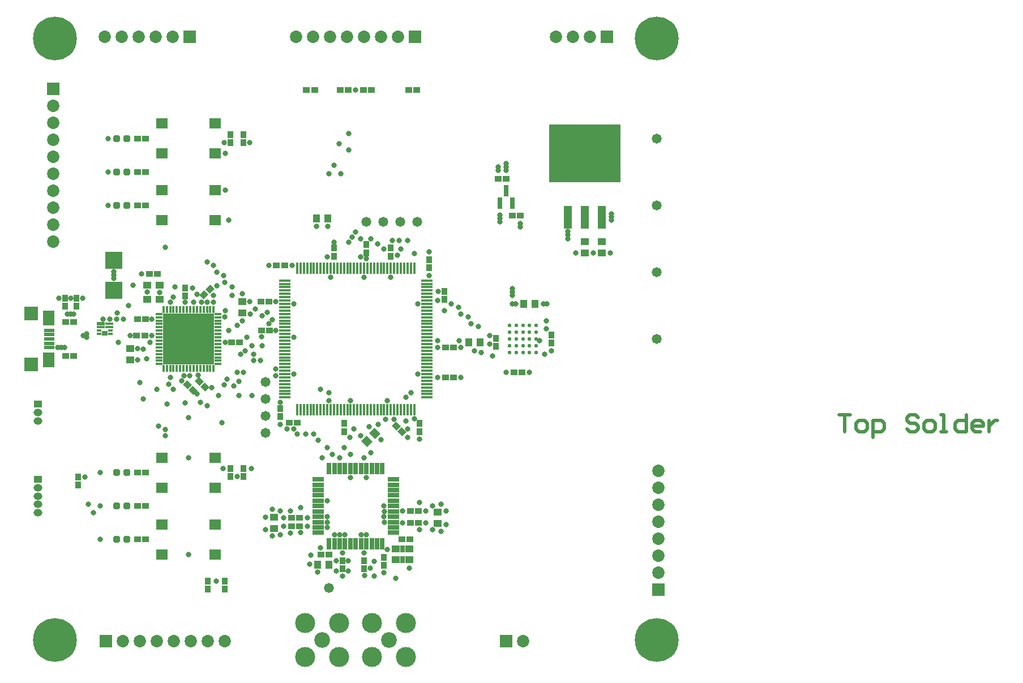
<source format=gts>
G04 Layer_Color=8388736*
%FSLAX25Y25*%
%MOIN*%
G70*
G01*
G75*
%ADD43C,0.02000*%
%ADD63R,0.03950X0.03556*%
%ADD64R,0.03162X0.06706*%
%ADD65R,0.03071X0.04055*%
%ADD66R,0.04646X0.04055*%
%ADD67R,0.09855X0.09855*%
G04:AMPARAMS|DCode=68|XSize=35.56mil|YSize=39.5mil|CornerRadius=0mil|HoleSize=0mil|Usage=FLASHONLY|Rotation=225.000|XOffset=0mil|YOffset=0mil|HoleType=Round|Shape=Rectangle|*
%AMROTATEDRECTD68*
4,1,4,-0.00139,0.02654,0.02654,-0.00139,0.00139,-0.02654,-0.02654,0.00139,-0.00139,0.02654,0.0*
%
%ADD68ROTATEDRECTD68*%

%ADD69R,0.04343X0.04737*%
%ADD70R,0.06115X0.02375*%
%ADD71R,0.08280X0.07887*%
%ADD72R,0.07099X0.09068*%
%ADD73R,0.04737X0.04343*%
%ADD74R,0.30328X0.30328*%
%ADD75R,0.01784X0.03950*%
%ADD76R,0.03950X0.01784*%
G04:AMPARAMS|DCode=77|XSize=37.53mil|YSize=41.47mil|CornerRadius=6.22mil|HoleSize=0mil|Usage=FLASHONLY|Rotation=180.000|XOffset=0mil|YOffset=0mil|HoleType=Round|Shape=RoundedRectangle|*
%AMROUNDEDRECTD77*
21,1,0.03753,0.02904,0,0,180.0*
21,1,0.02510,0.04147,0,0,180.0*
1,1,0.01243,-0.01255,0.01452*
1,1,0.01243,0.01255,0.01452*
1,1,0.01243,0.01255,-0.01452*
1,1,0.01243,-0.01255,-0.01452*
%
%ADD77ROUNDEDRECTD77*%
%ADD78R,0.03556X0.03950*%
%ADD79C,0.02178*%
%ADD80R,0.42139X0.33871*%
%ADD81R,0.04934X0.13792*%
%ADD82R,0.06902X0.05918*%
%ADD83R,0.04567X0.01811*%
%ADD84R,0.02953X0.01772*%
%ADD85R,0.04567X0.02205*%
%ADD86R,0.03511X0.02716*%
G04:AMPARAMS|DCode=87|XSize=47.37mil|YSize=43.43mil|CornerRadius=0mil|HoleSize=0mil|Usage=FLASHONLY|Rotation=135.000|XOffset=0mil|YOffset=0mil|HoleType=Round|Shape=Rectangle|*
%AMROTATEDRECTD87*
4,1,4,0.03210,-0.00139,0.00139,-0.03210,-0.03210,0.00139,-0.00139,0.03210,0.03210,-0.00139,0.0*
%
%ADD87ROTATEDRECTD87*%

G04:AMPARAMS|DCode=88|XSize=35.56mil|YSize=39.5mil|CornerRadius=0mil|HoleSize=0mil|Usage=FLASHONLY|Rotation=315.000|XOffset=0mil|YOffset=0mil|HoleType=Round|Shape=Rectangle|*
%AMROTATEDRECTD88*
4,1,4,-0.02654,-0.00139,0.00139,0.02654,0.02654,0.00139,-0.00139,-0.02654,-0.02654,-0.00139,0.0*
%
%ADD88ROTATEDRECTD88*%

%ADD89R,0.02800X0.06600*%
%ADD90R,0.06600X0.02800*%
%ADD91R,0.06600X0.01700*%
%ADD92R,0.01700X0.06600*%
%ADD93C,0.05800*%
%ADD94C,0.07300*%
%ADD95R,0.07300X0.07300*%
%ADD96O,0.05131X0.04343*%
%ADD97R,0.05131X0.04343*%
%ADD98R,0.07300X0.07300*%
%ADD99C,0.25800*%
%ADD100C,0.09213*%
%ADD101C,0.11824*%
%ADD102C,0.03200*%
D43*
X875000Y545997D02*
X881664D01*
X878332D01*
Y536000D01*
X886663D02*
X889995D01*
X891661Y537666D01*
Y540998D01*
X889995Y542664D01*
X886663D01*
X884997Y540998D01*
Y537666D01*
X886663Y536000D01*
X894993Y532668D02*
Y542664D01*
X899992D01*
X901658Y540998D01*
Y537666D01*
X899992Y536000D01*
X894993D01*
X921652Y544331D02*
X919985Y545997D01*
X916653D01*
X914987Y544331D01*
Y542664D01*
X916653Y540998D01*
X919985D01*
X921652Y539332D01*
Y537666D01*
X919985Y536000D01*
X916653D01*
X914987Y537666D01*
X926650Y536000D02*
X929982D01*
X931648Y537666D01*
Y540998D01*
X929982Y542664D01*
X926650D01*
X924984Y540998D01*
Y537666D01*
X926650Y536000D01*
X934981D02*
X938313D01*
X936647D01*
Y545997D01*
X934981D01*
X949976D02*
Y536000D01*
X944977D01*
X943311Y537666D01*
Y540998D01*
X944977Y542664D01*
X949976D01*
X958306Y536000D02*
X954974D01*
X953308Y537666D01*
Y540998D01*
X954974Y542664D01*
X958306D01*
X959972Y540998D01*
Y539332D01*
X953308D01*
X963305Y542664D02*
Y536000D01*
Y539332D01*
X964971Y540998D01*
X966637Y542664D01*
X968303D01*
D63*
X682875Y663386D02*
D03*
X687599D02*
D03*
X679134Y685039D02*
D03*
X674409D02*
D03*
X617717Y472441D02*
D03*
X622441D02*
D03*
X570079Y463583D02*
D03*
X574803D02*
D03*
X466929Y472441D02*
D03*
X462205D02*
D03*
X466929Y492126D02*
D03*
X462205D02*
D03*
X466929Y511811D02*
D03*
X462205D02*
D03*
X469095Y628937D02*
D03*
X473819D02*
D03*
X466929Y669291D02*
D03*
X462205D02*
D03*
X466929Y688976D02*
D03*
X462205D02*
D03*
X466929Y708661D02*
D03*
X462205D02*
D03*
X419882Y600394D02*
D03*
X424606D02*
D03*
X522047Y588583D02*
D03*
X517323D02*
D03*
X461614Y592520D02*
D03*
X466339D02*
D03*
X462205Y602362D02*
D03*
X466929D02*
D03*
X551378Y541339D02*
D03*
X556102D02*
D03*
X627362Y482283D02*
D03*
X622638D02*
D03*
X627362Y489173D02*
D03*
X622638D02*
D03*
X552756Y480315D02*
D03*
X557480D02*
D03*
X552756Y485236D02*
D03*
X557480D02*
D03*
X535039Y595472D02*
D03*
X539764D02*
D03*
X534646Y612598D02*
D03*
X539370D02*
D03*
X543898Y633858D02*
D03*
X548622D02*
D03*
X424606Y580709D02*
D03*
X419882D02*
D03*
X683661Y570866D02*
D03*
X688386D02*
D03*
X648032Y585630D02*
D03*
X643307D02*
D03*
X648032Y567913D02*
D03*
X643307D02*
D03*
X561614Y737205D02*
D03*
X566339D02*
D03*
X586024Y737205D02*
D03*
X581299D02*
D03*
X595079Y737205D02*
D03*
X599803D02*
D03*
X626378Y737205D02*
D03*
X621654D02*
D03*
D64*
X679134Y677953D02*
D03*
X682874Y670472D02*
D03*
X675394D02*
D03*
D65*
X618110Y460433D02*
D03*
Y466732D02*
D03*
D66*
X613976Y460433D02*
D03*
X622244D02*
D03*
Y466732D02*
D03*
X613976D02*
D03*
D67*
X448000Y619142D02*
D03*
Y636858D02*
D03*
D68*
X494781Y560337D02*
D03*
X491440Y563678D02*
D03*
X501670Y562306D02*
D03*
X498330Y565647D02*
D03*
X617812Y535731D02*
D03*
X614471Y539072D02*
D03*
D69*
X568110Y457677D02*
D03*
X574803D02*
D03*
X574213Y661417D02*
D03*
X567520D02*
D03*
X696260Y611221D02*
D03*
X689567D02*
D03*
X663779Y588583D02*
D03*
X657087D02*
D03*
D70*
X410138Y595669D02*
D03*
Y585433D02*
D03*
Y590551D02*
D03*
Y593110D02*
D03*
Y587992D02*
D03*
D71*
X399606Y605512D02*
D03*
Y575591D02*
D03*
D72*
X409646Y602756D02*
D03*
Y578346D02*
D03*
D73*
X475197Y622244D02*
D03*
X467717D02*
D03*
Y613976D02*
D03*
X475197D02*
D03*
X735394Y641339D02*
D03*
Y648032D02*
D03*
X725394Y641339D02*
D03*
Y648032D02*
D03*
X457677Y578346D02*
D03*
Y585039D02*
D03*
X638779Y481890D02*
D03*
Y488583D02*
D03*
X542323Y485630D02*
D03*
Y478937D02*
D03*
X523622Y605905D02*
D03*
Y612598D02*
D03*
D74*
X492126Y590551D02*
D03*
D75*
X506890Y573130D02*
D03*
X504921D02*
D03*
X502953Y573130D02*
D03*
X500984Y573130D02*
D03*
X499016D02*
D03*
X497047D02*
D03*
X495079D02*
D03*
X493110D02*
D03*
X491142Y573130D02*
D03*
X489173Y573130D02*
D03*
X487205D02*
D03*
X485236D02*
D03*
X483268D02*
D03*
X481299D02*
D03*
X479331Y573130D02*
D03*
X477362D02*
D03*
Y607972D02*
D03*
X479331D02*
D03*
X481299Y607972D02*
D03*
X483268D02*
D03*
X485236D02*
D03*
X487205D02*
D03*
X489173D02*
D03*
X491142D02*
D03*
X493110D02*
D03*
X495079D02*
D03*
X497047D02*
D03*
X499016D02*
D03*
X500984D02*
D03*
X502953D02*
D03*
X504921D02*
D03*
X506890D02*
D03*
D76*
X474705Y575787D02*
D03*
Y577756D02*
D03*
Y579724D02*
D03*
Y581693D02*
D03*
Y583661D02*
D03*
Y585630D02*
D03*
Y587598D02*
D03*
Y589567D02*
D03*
Y591535D02*
D03*
Y593504D02*
D03*
Y595472D02*
D03*
Y597441D02*
D03*
Y599409D02*
D03*
Y601378D02*
D03*
Y603346D02*
D03*
Y605315D02*
D03*
X509547Y605315D02*
D03*
Y603346D02*
D03*
Y601378D02*
D03*
Y599409D02*
D03*
X509547Y597441D02*
D03*
Y595472D02*
D03*
Y593504D02*
D03*
X509547Y591535D02*
D03*
X509547Y589567D02*
D03*
X509547Y587598D02*
D03*
Y585630D02*
D03*
Y583661D02*
D03*
X509547Y581693D02*
D03*
Y579724D02*
D03*
Y577756D02*
D03*
Y575787D02*
D03*
D77*
X455709Y472441D02*
D03*
X449803D02*
D03*
X455709Y492126D02*
D03*
X449803D02*
D03*
X455709Y511811D02*
D03*
X449803D02*
D03*
X455709Y669291D02*
D03*
X449803D02*
D03*
X455709Y688976D02*
D03*
X449803D02*
D03*
X455709Y708661D02*
D03*
X449803D02*
D03*
D78*
X490158Y620472D02*
D03*
Y615748D02*
D03*
X426181Y614567D02*
D03*
Y609842D02*
D03*
X427165Y509252D02*
D03*
Y504528D02*
D03*
X524606Y706299D02*
D03*
Y711024D02*
D03*
X516732Y706299D02*
D03*
Y711024D02*
D03*
X524606Y514173D02*
D03*
Y509449D02*
D03*
X516732Y514173D02*
D03*
Y509449D02*
D03*
X583661Y536024D02*
D03*
Y540748D02*
D03*
X627953Y536024D02*
D03*
Y540748D02*
D03*
X582677Y455315D02*
D03*
Y460039D02*
D03*
X546260Y544882D02*
D03*
Y549606D02*
D03*
X595472Y455315D02*
D03*
Y460039D02*
D03*
X607283Y457283D02*
D03*
Y462008D02*
D03*
X577756Y644095D02*
D03*
Y639370D02*
D03*
X419291Y609842D02*
D03*
Y614567D02*
D03*
X503583Y447933D02*
D03*
Y443209D02*
D03*
X513583Y447933D02*
D03*
Y443209D02*
D03*
X596850Y646063D02*
D03*
Y641339D02*
D03*
X611221Y644095D02*
D03*
Y639370D02*
D03*
X673228Y590945D02*
D03*
Y586221D02*
D03*
X705709Y588189D02*
D03*
Y592913D02*
D03*
X633858Y637205D02*
D03*
Y632480D02*
D03*
X642717Y618504D02*
D03*
Y613779D02*
D03*
D79*
X696850Y582677D02*
D03*
X692913D02*
D03*
X688976D02*
D03*
X685039D02*
D03*
X681102D02*
D03*
X696850Y586614D02*
D03*
X692913D02*
D03*
X688976D02*
D03*
X685039D02*
D03*
X681102D02*
D03*
X696850Y590551D02*
D03*
X692913D02*
D03*
X688976D02*
D03*
X685039D02*
D03*
X681102D02*
D03*
X696850Y594488D02*
D03*
X692913D02*
D03*
X688976D02*
D03*
X685039D02*
D03*
X681102D02*
D03*
X696850Y598425D02*
D03*
X692913D02*
D03*
X688976D02*
D03*
X685039D02*
D03*
X681102D02*
D03*
D80*
X725394Y699803D02*
D03*
D81*
X735394Y662205D02*
D03*
X715394D02*
D03*
X725394D02*
D03*
D82*
X476476Y520669D02*
D03*
X507776D02*
D03*
X476476Y502953D02*
D03*
X507776D02*
D03*
Y699803D02*
D03*
X476476D02*
D03*
X507776Y717520D02*
D03*
X476476D02*
D03*
Y481299D02*
D03*
X507776D02*
D03*
X476476Y463583D02*
D03*
X507776D02*
D03*
X476476Y678150D02*
D03*
X507776D02*
D03*
X476476Y660433D02*
D03*
X507776D02*
D03*
D83*
X445472Y597441D02*
D03*
X445472Y599409D02*
D03*
X440354Y597441D02*
D03*
D84*
X439567Y595472D02*
D03*
X439567Y593504D02*
D03*
X446260D02*
D03*
Y595472D02*
D03*
D85*
X440354Y599606D02*
D03*
D86*
X442913Y593976D02*
D03*
D87*
X597043Y530114D02*
D03*
X601776Y534847D02*
D03*
D88*
X504623Y619781D02*
D03*
X501282Y616440D02*
D03*
D89*
X606251Y470026D02*
D03*
X603151D02*
D03*
X599951D02*
D03*
X596851D02*
D03*
X593651D02*
D03*
X590551D02*
D03*
X587451D02*
D03*
X584251D02*
D03*
X581151D02*
D03*
X577951D02*
D03*
X574851D02*
D03*
Y514226D02*
D03*
X577951D02*
D03*
X581151D02*
D03*
X584251D02*
D03*
X587451D02*
D03*
X590551D02*
D03*
X593651D02*
D03*
X596851D02*
D03*
X599951D02*
D03*
X603151D02*
D03*
X606251D02*
D03*
D90*
X568451Y476426D02*
D03*
Y479526D02*
D03*
Y482726D02*
D03*
Y485826D02*
D03*
Y489026D02*
D03*
Y492126D02*
D03*
Y495226D02*
D03*
Y498426D02*
D03*
Y501526D02*
D03*
Y504726D02*
D03*
Y507826D02*
D03*
X612651D02*
D03*
Y504726D02*
D03*
Y501526D02*
D03*
Y498426D02*
D03*
Y495226D02*
D03*
Y492126D02*
D03*
Y489026D02*
D03*
Y485826D02*
D03*
Y482726D02*
D03*
Y479526D02*
D03*
Y476426D02*
D03*
D91*
X548751Y625000D02*
D03*
Y623032D02*
D03*
Y621063D02*
D03*
Y619095D02*
D03*
Y617126D02*
D03*
Y615158D02*
D03*
Y613189D02*
D03*
Y611221D02*
D03*
Y609252D02*
D03*
Y607283D02*
D03*
Y605315D02*
D03*
Y603346D02*
D03*
Y601378D02*
D03*
Y599409D02*
D03*
Y597441D02*
D03*
Y595472D02*
D03*
Y593504D02*
D03*
Y591535D02*
D03*
Y589567D02*
D03*
Y587598D02*
D03*
Y585630D02*
D03*
Y583661D02*
D03*
Y581693D02*
D03*
Y579724D02*
D03*
Y577756D02*
D03*
Y575787D02*
D03*
Y573819D02*
D03*
Y571850D02*
D03*
Y569882D02*
D03*
Y567913D02*
D03*
Y565945D02*
D03*
Y563976D02*
D03*
Y562008D02*
D03*
Y560039D02*
D03*
Y558071D02*
D03*
Y556102D02*
D03*
X632351D02*
D03*
Y558071D02*
D03*
Y560039D02*
D03*
Y562008D02*
D03*
Y563976D02*
D03*
Y565945D02*
D03*
Y567913D02*
D03*
Y569882D02*
D03*
Y571850D02*
D03*
Y573819D02*
D03*
Y575787D02*
D03*
Y577756D02*
D03*
Y579724D02*
D03*
Y581693D02*
D03*
Y583661D02*
D03*
Y585630D02*
D03*
Y587598D02*
D03*
Y589567D02*
D03*
Y591535D02*
D03*
Y593504D02*
D03*
Y595472D02*
D03*
Y597441D02*
D03*
Y599409D02*
D03*
Y601378D02*
D03*
Y603346D02*
D03*
Y605315D02*
D03*
Y607283D02*
D03*
Y609252D02*
D03*
Y611221D02*
D03*
Y613189D02*
D03*
Y615158D02*
D03*
Y617126D02*
D03*
Y619095D02*
D03*
Y621063D02*
D03*
Y623032D02*
D03*
Y625000D02*
D03*
D92*
X556102Y548751D02*
D03*
X558071D02*
D03*
X560039D02*
D03*
X562008D02*
D03*
X563976D02*
D03*
X565945D02*
D03*
X567913D02*
D03*
X569882D02*
D03*
X571850D02*
D03*
X573819D02*
D03*
X575787D02*
D03*
X577756D02*
D03*
X579724D02*
D03*
X581693D02*
D03*
X583661D02*
D03*
X585630D02*
D03*
X587598D02*
D03*
X589567D02*
D03*
X591535D02*
D03*
X593504D02*
D03*
X595472D02*
D03*
X597441D02*
D03*
X599409D02*
D03*
X601378D02*
D03*
X603346D02*
D03*
X605315D02*
D03*
X607283D02*
D03*
X609252D02*
D03*
X611221D02*
D03*
X613189D02*
D03*
X615158D02*
D03*
X617126D02*
D03*
X619095D02*
D03*
X621063D02*
D03*
X623032D02*
D03*
X625000D02*
D03*
Y632351D02*
D03*
X623032D02*
D03*
X621063D02*
D03*
X619095D02*
D03*
X617126D02*
D03*
X615158D02*
D03*
X613189D02*
D03*
X611221D02*
D03*
X609252D02*
D03*
X607283D02*
D03*
X605315D02*
D03*
X603346D02*
D03*
X601378D02*
D03*
X599409D02*
D03*
X597441D02*
D03*
X595472D02*
D03*
X593504D02*
D03*
X591535D02*
D03*
X589567D02*
D03*
X587598D02*
D03*
X585630D02*
D03*
X583661D02*
D03*
X581693D02*
D03*
X579724D02*
D03*
X577756D02*
D03*
X575787D02*
D03*
X573819D02*
D03*
X571850D02*
D03*
X569882D02*
D03*
X567913D02*
D03*
X565945D02*
D03*
X563976D02*
D03*
X562008D02*
D03*
X560039D02*
D03*
X558071D02*
D03*
X556102D02*
D03*
D93*
X767717Y590551D02*
D03*
X537402Y535350D02*
D03*
Y545350D02*
D03*
Y555350D02*
D03*
Y565350D02*
D03*
X767717Y708661D02*
D03*
Y669291D02*
D03*
Y629921D02*
D03*
X574803Y443898D02*
D03*
X596850Y659449D02*
D03*
X606850D02*
D03*
X616850D02*
D03*
X626850D02*
D03*
D94*
X708347Y768701D02*
D03*
X718347D02*
D03*
X728346D02*
D03*
X453583Y412402D02*
D03*
X463583D02*
D03*
X473583D02*
D03*
X483583D02*
D03*
X493583D02*
D03*
X503583D02*
D03*
X513583D02*
D03*
X412402Y657835D02*
D03*
Y727835D02*
D03*
Y717835D02*
D03*
Y707835D02*
D03*
Y697835D02*
D03*
Y687835D02*
D03*
Y677835D02*
D03*
Y667835D02*
D03*
Y647835D02*
D03*
X689134Y412402D02*
D03*
X768701Y512913D02*
D03*
Y502913D02*
D03*
Y492913D02*
D03*
Y482913D02*
D03*
Y472913D02*
D03*
Y462913D02*
D03*
Y452913D02*
D03*
X555472Y768701D02*
D03*
X565472D02*
D03*
X575472D02*
D03*
X585472D02*
D03*
X595472D02*
D03*
X605472D02*
D03*
X615472D02*
D03*
X442913D02*
D03*
X452913D02*
D03*
X462913D02*
D03*
X472913D02*
D03*
X482913D02*
D03*
D95*
X738346D02*
D03*
X443583Y412402D02*
D03*
X679134D02*
D03*
X625472Y768701D02*
D03*
X492913D02*
D03*
D96*
X403543Y542323D02*
D03*
Y547244D02*
D03*
Y488189D02*
D03*
Y502953D02*
D03*
Y493110D02*
D03*
Y498032D02*
D03*
D97*
Y552165D02*
D03*
Y507874D02*
D03*
D98*
X412402Y737835D02*
D03*
X768701Y442913D02*
D03*
D99*
X767717Y413386D02*
D03*
Y767717D02*
D03*
X413386D02*
D03*
Y413386D02*
D03*
D100*
X570866D02*
D03*
X610236D02*
D03*
D101*
X580866Y403386D02*
D03*
Y423386D02*
D03*
X560866D02*
D03*
Y403386D02*
D03*
X620236D02*
D03*
Y423386D02*
D03*
X600236D02*
D03*
Y403386D02*
D03*
D102*
X569685Y467717D02*
D03*
X564173Y463386D02*
D03*
X563386Y457874D02*
D03*
X568110Y453150D02*
D03*
X579134Y453937D02*
D03*
Y459842D02*
D03*
X586221D02*
D03*
Y453937D02*
D03*
X541339Y490158D02*
D03*
X537402Y485433D02*
D03*
Y478346D02*
D03*
X546063Y475197D02*
D03*
X552165Y476378D02*
D03*
Y489173D02*
D03*
X599213Y455512D02*
D03*
X627953Y478346D02*
D03*
X643701Y481299D02*
D03*
X635827Y478346D02*
D03*
X643701Y489173D02*
D03*
X635827Y492126D02*
D03*
X682875Y616142D02*
D03*
X682677Y611221D02*
D03*
X684646Y611221D02*
D03*
X703150Y611220D02*
D03*
X701181Y611221D02*
D03*
X675394Y659646D02*
D03*
X675394Y661614D02*
D03*
Y663583D02*
D03*
X687599Y658465D02*
D03*
X687599Y656496D02*
D03*
X674409Y691929D02*
D03*
X674409Y689961D02*
D03*
X679134Y693898D02*
D03*
X682875Y620079D02*
D03*
Y618110D02*
D03*
X679134Y691929D02*
D03*
Y689961D02*
D03*
X698817Y589566D02*
D03*
X701772Y581693D02*
D03*
X642717Y607283D02*
D03*
X660433Y583661D02*
D03*
X617126Y643701D02*
D03*
X615158Y639764D02*
D03*
X596850Y637795D02*
D03*
X612205Y648622D02*
D03*
X616142Y648622D02*
D03*
X621063D02*
D03*
X638779Y589567D02*
D03*
Y585630D02*
D03*
X622244Y455512D02*
D03*
X613976Y449606D02*
D03*
X609252Y466535D02*
D03*
X607283Y452756D02*
D03*
X601378Y450787D02*
D03*
Y459646D02*
D03*
X448000Y626150D02*
D03*
Y628118D02*
D03*
Y630087D02*
D03*
X450000Y606000D02*
D03*
X490158Y552734D02*
D03*
X509842Y557086D02*
D03*
X574803Y559055D02*
D03*
X569882Y561024D02*
D03*
X497688Y569243D02*
D03*
X505905Y562008D02*
D03*
X488189Y565945D02*
D03*
X492942Y568898D02*
D03*
X590551Y737205D02*
D03*
X577756Y692913D02*
D03*
X586614Y701772D02*
D03*
X580709Y705709D02*
D03*
X586614Y711614D02*
D03*
X529134Y514173D02*
D03*
X512402D02*
D03*
X534449Y577756D02*
D03*
X725394Y695866D02*
D03*
X717520D02*
D03*
X721457D02*
D03*
X729331D02*
D03*
X733268D02*
D03*
X729331Y699803D02*
D03*
X733268D02*
D03*
Y703740D02*
D03*
X729331D02*
D03*
X725394D02*
D03*
X721457D02*
D03*
X717520D02*
D03*
Y699803D02*
D03*
X721457D02*
D03*
X725394D02*
D03*
X558071Y491142D02*
D03*
X558119Y476426D02*
D03*
X596851Y508858D02*
D03*
X587451D02*
D03*
X570866Y520669D02*
D03*
X573819Y526575D02*
D03*
X620079Y542323D02*
D03*
X556102Y534449D02*
D03*
X561024D02*
D03*
X581151Y520669D02*
D03*
X595472D02*
D03*
X576772Y522638D02*
D03*
X609252Y554134D02*
D03*
X599409Y523622D02*
D03*
X608268Y543307D02*
D03*
X565945Y534449D02*
D03*
X603839Y540354D02*
D03*
X568451Y531050D02*
D03*
X598425Y538878D02*
D03*
X524606Y570865D02*
D03*
X489605Y568929D02*
D03*
X492126Y590551D02*
D03*
X480315D02*
D03*
X503937D02*
D03*
X492126Y578740D02*
D03*
X531496Y608268D02*
D03*
X535433Y586614D02*
D03*
X492126Y520669D02*
D03*
Y463583D02*
D03*
X541339Y601841D02*
D03*
X522638Y581693D02*
D03*
X539370Y599409D02*
D03*
X528543Y605315D02*
D03*
X593504Y638779D02*
D03*
X439961Y492126D02*
D03*
Y511811D02*
D03*
Y472441D02*
D03*
X480315Y563976D02*
D03*
X483268Y561024D02*
D03*
X508504Y447933D02*
D03*
X479331Y552165D02*
D03*
X741142Y664370D02*
D03*
Y660433D02*
D03*
Y662402D02*
D03*
X415748Y614567D02*
D03*
X429724D02*
D03*
X422736D02*
D03*
X720079Y641339D02*
D03*
X730315D02*
D03*
X740551D02*
D03*
X715394Y653937D02*
D03*
Y649606D02*
D03*
Y651772D02*
D03*
X520669Y570866D02*
D03*
X521654Y565551D02*
D03*
X502953Y551181D02*
D03*
X463583Y564961D02*
D03*
X465551Y555118D02*
D03*
X481299Y567913D02*
D03*
X473425Y561024D02*
D03*
X480315Y578740D02*
D03*
X503937D02*
D03*
Y602362D02*
D03*
X497047Y558071D02*
D03*
X499016Y553150D02*
D03*
X492126Y544291D02*
D03*
X620079Y556102D02*
D03*
X623032Y559055D02*
D03*
X625000Y543701D02*
D03*
X436024Y488189D02*
D03*
X502953Y612205D02*
D03*
X506890Y616142D02*
D03*
X605315Y531307D02*
D03*
X593504Y533653D02*
D03*
X627953Y531496D02*
D03*
X417126Y585433D02*
D03*
X415158D02*
D03*
X419095D02*
D03*
X420669Y605315D02*
D03*
X424606D02*
D03*
X422638D02*
D03*
X499902Y612205D02*
D03*
X481299D02*
D03*
X483268Y615158D02*
D03*
X490158Y612205D02*
D03*
X494488Y620472D02*
D03*
X486221Y602362D02*
D03*
X498032D02*
D03*
X492126D02*
D03*
X480315D02*
D03*
X486221Y590551D02*
D03*
X498032D02*
D03*
X470472Y602362D02*
D03*
X433071Y493110D02*
D03*
X431102Y509252D02*
D03*
X464567Y628937D02*
D03*
X467717Y618307D02*
D03*
X459449Y622244D02*
D03*
X475197Y617913D02*
D03*
X513779Y607283D02*
D03*
X515748Y595472D02*
D03*
X467520Y578740D02*
D03*
X465551Y584646D02*
D03*
X469488Y588583D02*
D03*
X450787D02*
D03*
X462008Y585039D02*
D03*
Y578346D02*
D03*
X470472Y592520D02*
D03*
X457677D02*
D03*
X513189Y706299D02*
D03*
X528150D02*
D03*
X484252Y621063D02*
D03*
X478346Y644685D02*
D03*
X495079Y612205D02*
D03*
X508858Y622047D02*
D03*
X506890Y612205D02*
D03*
X513604Y603522D02*
D03*
X520669Y598425D02*
D03*
X526575Y591535D02*
D03*
X513779Y588583D02*
D03*
X478346Y533465D02*
D03*
X497206Y616967D02*
D03*
X518700Y562991D02*
D03*
X514763Y566928D02*
D03*
X529528Y557087D02*
D03*
X474409Y539370D02*
D03*
X478505Y537243D02*
D03*
X511811Y541339D02*
D03*
X520669Y509449D02*
D03*
X554134Y537402D02*
D03*
X550197D02*
D03*
X583661Y526575D02*
D03*
X587598Y522638D02*
D03*
X589567Y537402D02*
D03*
X587598Y554134D02*
D03*
X587205Y532480D02*
D03*
X621063Y537402D02*
D03*
X613189Y543307D02*
D03*
X621063Y532480D02*
D03*
X574803Y554134D02*
D03*
X607283Y492126D02*
D03*
X573624Y479526D02*
D03*
X573672Y495226D02*
D03*
X607283Y485826D02*
D03*
X562008Y485236D02*
D03*
Y480315D02*
D03*
X548228D02*
D03*
X541339Y474409D02*
D03*
X582677Y464567D02*
D03*
Y450787D02*
D03*
X595669Y451181D02*
D03*
X595472Y464567D02*
D03*
X584251Y475350D02*
D03*
X577951D02*
D03*
X593651D02*
D03*
X521654Y557087D02*
D03*
X513221Y563453D02*
D03*
X535433Y604138D02*
D03*
X618110Y482283D02*
D03*
Y489173D02*
D03*
X631890D02*
D03*
X631890Y482283D02*
D03*
X640748Y493110D02*
D03*
Y477362D02*
D03*
X543307Y572835D02*
D03*
Y568898D02*
D03*
Y595472D02*
D03*
X535039Y591929D02*
D03*
X538386Y606299D02*
D03*
X543307Y612598D02*
D03*
X527953D02*
D03*
X523622Y601378D02*
D03*
X546260Y553150D02*
D03*
X546260Y540354D02*
D03*
X581693Y687992D02*
D03*
X574803D02*
D03*
X588583Y650591D02*
D03*
X586614Y647638D02*
D03*
X590551Y653543D02*
D03*
X599409Y649606D02*
D03*
X603346Y646654D02*
D03*
X607283Y643701D02*
D03*
X513548Y623784D02*
D03*
X523622Y617126D02*
D03*
X515748Y660433D02*
D03*
X553150Y633858D02*
D03*
X539370Y633858D02*
D03*
X573819Y638779D02*
D03*
X577756Y647638D02*
D03*
X554134Y611221D02*
D03*
Y591535D02*
D03*
Y569882D02*
D03*
X575787Y626968D02*
D03*
X595472D02*
D03*
X611221D02*
D03*
X593504Y649606D02*
D03*
X567520Y656890D02*
D03*
X574213D02*
D03*
X702756Y601378D02*
D03*
X671260Y580709D02*
D03*
X692913Y570866D02*
D03*
X669291Y587598D02*
D03*
X702756Y596457D02*
D03*
X705709Y583661D02*
D03*
X633858Y627953D02*
D03*
Y641732D02*
D03*
X625000Y640748D02*
D03*
X664370Y582677D02*
D03*
X652559Y585630D02*
D03*
X638779Y567913D02*
D03*
X652559D02*
D03*
X626968Y569882D02*
D03*
X679134Y570866D02*
D03*
X658465Y599409D02*
D03*
X652559Y605315D02*
D03*
X646654Y611221D02*
D03*
X638779Y613189D02*
D03*
X626968Y611221D02*
D03*
X639173Y618504D02*
D03*
X651575Y589567D02*
D03*
X669290Y592519D02*
D03*
X441929Y602362D02*
D03*
X449803D02*
D03*
X445866D02*
D03*
X453740D02*
D03*
X456693Y610236D02*
D03*
X651024Y609385D02*
D03*
X656810Y603660D02*
D03*
X662715Y597754D02*
D03*
X525591Y583661D02*
D03*
X529528Y586614D02*
D03*
X530511Y581692D02*
D03*
X530512Y577756D02*
D03*
X399606Y575787D02*
D03*
Y605315D02*
D03*
X409646Y602756D02*
D03*
Y578346D02*
D03*
X546063Y489370D02*
D03*
X627953Y494095D02*
D03*
X548228Y485236D02*
D03*
X581151Y475350D02*
D03*
X596851D02*
D03*
X573776Y482726D02*
D03*
Y485826D02*
D03*
X607327Y482726D02*
D03*
Y489026D02*
D03*
X444882Y669291D02*
D03*
Y688976D02*
D03*
Y708661D02*
D03*
X512795Y627953D02*
D03*
X506890Y633858D02*
D03*
X508858Y629921D02*
D03*
X502953Y635827D02*
D03*
X517717Y616142D02*
D03*
Y621063D02*
D03*
X432087Y591535D02*
D03*
Y593504D02*
D03*
X430118Y592520D02*
D03*
X513779Y678150D02*
D03*
Y699803D02*
D03*
M02*

</source>
